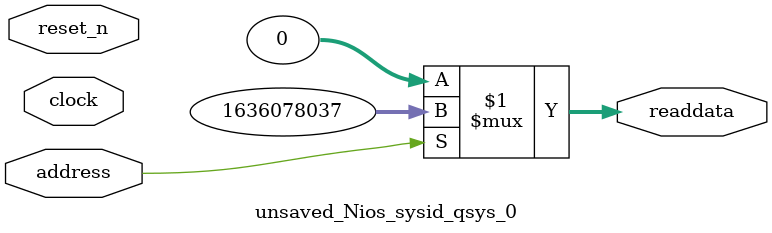
<source format=v>



// synthesis translate_off
`timescale 1ns / 1ps
// synthesis translate_on

// turn off superfluous verilog processor warnings 
// altera message_level Level1 
// altera message_off 10034 10035 10036 10037 10230 10240 10030 

module unsaved_Nios_sysid_qsys_0 (
               // inputs:
                address,
                clock,
                reset_n,

               // outputs:
                readdata
             )
;

  output  [ 31: 0] readdata;
  input            address;
  input            clock;
  input            reset_n;

  wire    [ 31: 0] readdata;
  //control_slave, which is an e_avalon_slave
  assign readdata = address ? 1636078037 : 0;

endmodule



</source>
